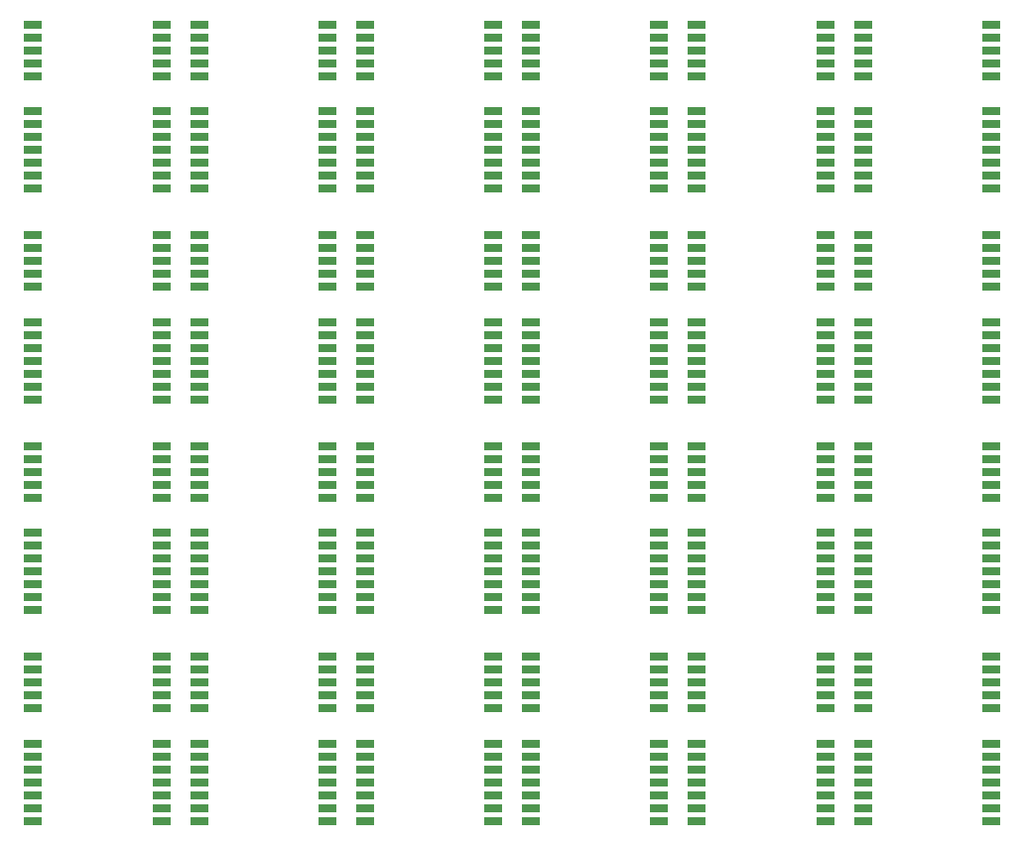
<source format=gtp>
G04*
G04 #@! TF.GenerationSoftware,Altium Limited,Altium Designer,23.7.1 (13)*
G04*
G04 Layer_Color=8421504*
%FSLAX44Y44*%
%MOMM*%
G71*
G04*
G04 #@! TF.SameCoordinates,18148A51-D3F6-497A-8191-E25F5C0AB562*
G04*
G04*
G04 #@! TF.FilePolarity,Positive*
G04*
G01*
G75*
%ADD12R,1.5000X0.8000*%
D12*
X666666Y878796D02*
D03*
Y889796D02*
D03*
Y900796D02*
D03*
Y911796D02*
D03*
Y922796D02*
D03*
Y933796D02*
D03*
Y944796D02*
D03*
Y974996D02*
D03*
Y985996D02*
D03*
Y996996D02*
D03*
Y1007996D02*
D03*
Y1018996D02*
D03*
X557266D02*
D03*
Y1007996D02*
D03*
Y996996D02*
D03*
Y985996D02*
D03*
Y974996D02*
D03*
Y944796D02*
D03*
Y933796D02*
D03*
Y922796D02*
D03*
Y911796D02*
D03*
Y900796D02*
D03*
Y889796D02*
D03*
Y878796D02*
D03*
X840466D02*
D03*
Y889796D02*
D03*
Y900796D02*
D03*
Y911796D02*
D03*
Y922796D02*
D03*
Y933796D02*
D03*
Y944796D02*
D03*
Y974996D02*
D03*
Y985996D02*
D03*
Y996996D02*
D03*
Y1007996D02*
D03*
Y1018996D02*
D03*
X949866D02*
D03*
Y1007996D02*
D03*
Y996996D02*
D03*
Y985996D02*
D03*
Y974996D02*
D03*
Y944796D02*
D03*
Y933796D02*
D03*
Y922796D02*
D03*
Y911796D02*
D03*
Y900796D02*
D03*
Y889796D02*
D03*
Y878796D02*
D03*
X1091466Y1238796D02*
D03*
Y1249796D02*
D03*
Y1260796D02*
D03*
Y1271796D02*
D03*
Y1282796D02*
D03*
Y1293796D02*
D03*
Y1304796D02*
D03*
Y1334996D02*
D03*
Y1345996D02*
D03*
Y1356996D02*
D03*
Y1367996D02*
D03*
Y1378996D02*
D03*
X982066D02*
D03*
Y1367996D02*
D03*
Y1356996D02*
D03*
Y1345996D02*
D03*
Y1334996D02*
D03*
Y1304796D02*
D03*
Y1293796D02*
D03*
Y1282796D02*
D03*
Y1271796D02*
D03*
Y1260796D02*
D03*
Y1249796D02*
D03*
Y1238796D02*
D03*
X840466Y698796D02*
D03*
Y709796D02*
D03*
Y720796D02*
D03*
Y731796D02*
D03*
Y742796D02*
D03*
Y753796D02*
D03*
Y764796D02*
D03*
Y794996D02*
D03*
Y805996D02*
D03*
Y816996D02*
D03*
Y827996D02*
D03*
Y838996D02*
D03*
X949866D02*
D03*
Y827996D02*
D03*
Y816996D02*
D03*
Y805996D02*
D03*
Y794996D02*
D03*
Y764796D02*
D03*
Y753796D02*
D03*
Y742796D02*
D03*
Y731796D02*
D03*
Y720796D02*
D03*
Y709796D02*
D03*
Y698796D02*
D03*
X1091466Y1058796D02*
D03*
Y1069796D02*
D03*
Y1080796D02*
D03*
Y1091796D02*
D03*
Y1102796D02*
D03*
Y1113796D02*
D03*
Y1124796D02*
D03*
Y1154996D02*
D03*
Y1165996D02*
D03*
Y1176996D02*
D03*
Y1187996D02*
D03*
Y1198996D02*
D03*
X982066D02*
D03*
Y1187996D02*
D03*
Y1176996D02*
D03*
Y1165996D02*
D03*
Y1154996D02*
D03*
Y1124796D02*
D03*
Y1113796D02*
D03*
Y1102796D02*
D03*
Y1091796D02*
D03*
Y1080796D02*
D03*
Y1069796D02*
D03*
Y1058796D02*
D03*
X698866Y698796D02*
D03*
Y709796D02*
D03*
Y720796D02*
D03*
Y731796D02*
D03*
Y742796D02*
D03*
Y753796D02*
D03*
Y764796D02*
D03*
Y794996D02*
D03*
Y805996D02*
D03*
Y816996D02*
D03*
Y827996D02*
D03*
Y838996D02*
D03*
X808266D02*
D03*
Y827996D02*
D03*
Y816996D02*
D03*
Y805996D02*
D03*
Y794996D02*
D03*
Y764796D02*
D03*
Y753796D02*
D03*
Y742796D02*
D03*
Y731796D02*
D03*
Y720796D02*
D03*
Y709796D02*
D03*
Y698796D02*
D03*
X1091466Y878796D02*
D03*
Y889796D02*
D03*
Y900796D02*
D03*
Y911796D02*
D03*
Y922796D02*
D03*
Y933796D02*
D03*
Y944796D02*
D03*
Y974996D02*
D03*
Y985996D02*
D03*
Y996996D02*
D03*
Y1007996D02*
D03*
Y1018996D02*
D03*
X982066D02*
D03*
Y1007996D02*
D03*
Y996996D02*
D03*
Y985996D02*
D03*
Y974996D02*
D03*
Y944796D02*
D03*
Y933796D02*
D03*
Y922796D02*
D03*
Y911796D02*
D03*
Y900796D02*
D03*
Y889796D02*
D03*
Y878796D02*
D03*
X698866D02*
D03*
Y889796D02*
D03*
Y900796D02*
D03*
Y911796D02*
D03*
Y922796D02*
D03*
Y933796D02*
D03*
Y944796D02*
D03*
Y974996D02*
D03*
Y985996D02*
D03*
Y996996D02*
D03*
Y1007996D02*
D03*
Y1018996D02*
D03*
X808266D02*
D03*
Y1007996D02*
D03*
Y996996D02*
D03*
Y985996D02*
D03*
Y974996D02*
D03*
Y944796D02*
D03*
Y933796D02*
D03*
Y922796D02*
D03*
Y911796D02*
D03*
Y900796D02*
D03*
Y889796D02*
D03*
Y878796D02*
D03*
X949866Y1238796D02*
D03*
Y1249796D02*
D03*
Y1260796D02*
D03*
Y1271796D02*
D03*
Y1282796D02*
D03*
Y1293796D02*
D03*
Y1304796D02*
D03*
Y1334996D02*
D03*
Y1345996D02*
D03*
Y1356996D02*
D03*
Y1367996D02*
D03*
Y1378996D02*
D03*
X840466D02*
D03*
Y1367996D02*
D03*
Y1356996D02*
D03*
Y1345996D02*
D03*
Y1334996D02*
D03*
Y1304796D02*
D03*
Y1293796D02*
D03*
Y1282796D02*
D03*
Y1271796D02*
D03*
Y1260796D02*
D03*
Y1249796D02*
D03*
Y1238796D02*
D03*
X698866Y1058796D02*
D03*
Y1069796D02*
D03*
Y1080796D02*
D03*
Y1091796D02*
D03*
Y1102796D02*
D03*
Y1113796D02*
D03*
Y1124796D02*
D03*
Y1154996D02*
D03*
Y1165996D02*
D03*
Y1176996D02*
D03*
Y1187996D02*
D03*
Y1198996D02*
D03*
X808266D02*
D03*
Y1187996D02*
D03*
Y1176996D02*
D03*
Y1165996D02*
D03*
Y1154996D02*
D03*
Y1124796D02*
D03*
Y1113796D02*
D03*
Y1102796D02*
D03*
Y1091796D02*
D03*
Y1080796D02*
D03*
Y1069796D02*
D03*
Y1058796D02*
D03*
X949866D02*
D03*
Y1069796D02*
D03*
Y1080796D02*
D03*
Y1091796D02*
D03*
Y1102796D02*
D03*
Y1113796D02*
D03*
Y1124796D02*
D03*
Y1154996D02*
D03*
Y1165996D02*
D03*
Y1176996D02*
D03*
Y1187996D02*
D03*
Y1198996D02*
D03*
X840466D02*
D03*
Y1187996D02*
D03*
Y1176996D02*
D03*
Y1165996D02*
D03*
Y1154996D02*
D03*
Y1124796D02*
D03*
Y1113796D02*
D03*
Y1102796D02*
D03*
Y1091796D02*
D03*
Y1080796D02*
D03*
Y1069796D02*
D03*
Y1058796D02*
D03*
X698866Y1238796D02*
D03*
Y1249796D02*
D03*
Y1260796D02*
D03*
Y1271796D02*
D03*
Y1282796D02*
D03*
Y1293796D02*
D03*
Y1304796D02*
D03*
Y1334996D02*
D03*
Y1345996D02*
D03*
Y1356996D02*
D03*
Y1367996D02*
D03*
Y1378996D02*
D03*
X808266D02*
D03*
Y1367996D02*
D03*
Y1356996D02*
D03*
Y1345996D02*
D03*
Y1334996D02*
D03*
Y1304796D02*
D03*
Y1293796D02*
D03*
Y1282796D02*
D03*
Y1271796D02*
D03*
Y1260796D02*
D03*
Y1249796D02*
D03*
Y1238796D02*
D03*
X1091466Y698796D02*
D03*
Y709796D02*
D03*
Y720796D02*
D03*
Y731796D02*
D03*
Y742796D02*
D03*
Y753796D02*
D03*
Y764796D02*
D03*
Y794996D02*
D03*
Y805996D02*
D03*
Y816996D02*
D03*
Y827996D02*
D03*
Y838996D02*
D03*
X982066D02*
D03*
Y827996D02*
D03*
Y816996D02*
D03*
Y805996D02*
D03*
Y794996D02*
D03*
Y764796D02*
D03*
Y753796D02*
D03*
Y742796D02*
D03*
Y731796D02*
D03*
Y720796D02*
D03*
Y709796D02*
D03*
Y698796D02*
D03*
X415666Y878796D02*
D03*
Y889796D02*
D03*
Y900796D02*
D03*
Y911796D02*
D03*
Y922796D02*
D03*
Y933796D02*
D03*
Y944796D02*
D03*
Y974996D02*
D03*
Y985996D02*
D03*
Y996996D02*
D03*
Y1007996D02*
D03*
Y1018996D02*
D03*
X525066D02*
D03*
Y1007996D02*
D03*
Y996996D02*
D03*
Y985996D02*
D03*
Y974996D02*
D03*
Y944796D02*
D03*
Y933796D02*
D03*
Y922796D02*
D03*
Y911796D02*
D03*
Y900796D02*
D03*
Y889796D02*
D03*
Y878796D02*
D03*
X666666Y1238796D02*
D03*
Y1249796D02*
D03*
Y1260796D02*
D03*
Y1271796D02*
D03*
Y1282796D02*
D03*
Y1293796D02*
D03*
Y1304796D02*
D03*
Y1334996D02*
D03*
Y1345996D02*
D03*
Y1356996D02*
D03*
Y1367996D02*
D03*
Y1378996D02*
D03*
X557266D02*
D03*
Y1367996D02*
D03*
Y1356996D02*
D03*
Y1345996D02*
D03*
Y1334996D02*
D03*
Y1304796D02*
D03*
Y1293796D02*
D03*
Y1282796D02*
D03*
Y1271796D02*
D03*
Y1260796D02*
D03*
Y1249796D02*
D03*
Y1238796D02*
D03*
X415666Y698796D02*
D03*
Y709796D02*
D03*
Y720796D02*
D03*
Y731796D02*
D03*
Y742796D02*
D03*
Y753796D02*
D03*
Y764796D02*
D03*
Y794996D02*
D03*
Y805996D02*
D03*
Y816996D02*
D03*
Y827996D02*
D03*
Y838996D02*
D03*
X525066D02*
D03*
Y827996D02*
D03*
Y816996D02*
D03*
Y805996D02*
D03*
Y794996D02*
D03*
Y764796D02*
D03*
Y753796D02*
D03*
Y742796D02*
D03*
Y731796D02*
D03*
Y720796D02*
D03*
Y709796D02*
D03*
Y698796D02*
D03*
X666666Y1058796D02*
D03*
Y1069796D02*
D03*
Y1080796D02*
D03*
Y1091796D02*
D03*
Y1102796D02*
D03*
Y1113796D02*
D03*
Y1124796D02*
D03*
Y1154996D02*
D03*
Y1165996D02*
D03*
Y1176996D02*
D03*
Y1187996D02*
D03*
Y1198996D02*
D03*
X557266D02*
D03*
Y1187996D02*
D03*
Y1176996D02*
D03*
Y1165996D02*
D03*
Y1154996D02*
D03*
Y1124796D02*
D03*
Y1113796D02*
D03*
Y1102796D02*
D03*
Y1091796D02*
D03*
Y1080796D02*
D03*
Y1069796D02*
D03*
Y1058796D02*
D03*
X274066Y1238796D02*
D03*
Y1249796D02*
D03*
Y1260796D02*
D03*
Y1271796D02*
D03*
Y1282796D02*
D03*
Y1293796D02*
D03*
Y1304796D02*
D03*
Y1334996D02*
D03*
Y1345996D02*
D03*
Y1356996D02*
D03*
Y1367996D02*
D03*
Y1378996D02*
D03*
X383466D02*
D03*
Y1367996D02*
D03*
Y1356996D02*
D03*
Y1345996D02*
D03*
Y1334996D02*
D03*
Y1304796D02*
D03*
Y1293796D02*
D03*
Y1282796D02*
D03*
Y1271796D02*
D03*
Y1260796D02*
D03*
Y1249796D02*
D03*
Y1238796D02*
D03*
X666666Y698796D02*
D03*
Y709796D02*
D03*
Y720796D02*
D03*
Y731796D02*
D03*
Y742796D02*
D03*
Y753796D02*
D03*
Y764796D02*
D03*
Y794996D02*
D03*
Y805996D02*
D03*
Y816996D02*
D03*
Y827996D02*
D03*
Y838996D02*
D03*
X557266D02*
D03*
Y827996D02*
D03*
Y816996D02*
D03*
Y805996D02*
D03*
Y794996D02*
D03*
Y764796D02*
D03*
Y753796D02*
D03*
Y742796D02*
D03*
Y731796D02*
D03*
Y720796D02*
D03*
Y709796D02*
D03*
Y698796D02*
D03*
X274066Y1058796D02*
D03*
Y1069796D02*
D03*
Y1080796D02*
D03*
Y1091796D02*
D03*
Y1102796D02*
D03*
Y1113796D02*
D03*
Y1124796D02*
D03*
Y1154996D02*
D03*
Y1165996D02*
D03*
Y1176996D02*
D03*
Y1187996D02*
D03*
Y1198996D02*
D03*
X383466D02*
D03*
Y1187996D02*
D03*
Y1176996D02*
D03*
Y1165996D02*
D03*
Y1154996D02*
D03*
Y1124796D02*
D03*
Y1113796D02*
D03*
Y1102796D02*
D03*
Y1091796D02*
D03*
Y1080796D02*
D03*
Y1069796D02*
D03*
Y1058796D02*
D03*
X525066Y1238796D02*
D03*
Y1249796D02*
D03*
Y1260796D02*
D03*
Y1271796D02*
D03*
Y1282796D02*
D03*
Y1293796D02*
D03*
Y1304796D02*
D03*
Y1334996D02*
D03*
Y1345996D02*
D03*
Y1356996D02*
D03*
Y1367996D02*
D03*
Y1378996D02*
D03*
X415666D02*
D03*
Y1367996D02*
D03*
Y1356996D02*
D03*
Y1345996D02*
D03*
Y1334996D02*
D03*
Y1304796D02*
D03*
Y1293796D02*
D03*
Y1282796D02*
D03*
Y1271796D02*
D03*
Y1260796D02*
D03*
Y1249796D02*
D03*
Y1238796D02*
D03*
X274066Y878796D02*
D03*
Y889796D02*
D03*
Y900796D02*
D03*
Y911796D02*
D03*
Y922796D02*
D03*
Y933796D02*
D03*
Y944796D02*
D03*
Y974996D02*
D03*
Y985996D02*
D03*
Y996996D02*
D03*
Y1007996D02*
D03*
Y1018996D02*
D03*
X383466D02*
D03*
Y1007996D02*
D03*
Y996996D02*
D03*
Y985996D02*
D03*
Y974996D02*
D03*
Y944796D02*
D03*
Y933796D02*
D03*
Y922796D02*
D03*
Y911796D02*
D03*
Y900796D02*
D03*
Y889796D02*
D03*
Y878796D02*
D03*
X525066Y1058796D02*
D03*
Y1069796D02*
D03*
Y1080796D02*
D03*
Y1091796D02*
D03*
Y1102796D02*
D03*
Y1113796D02*
D03*
Y1124796D02*
D03*
Y1154996D02*
D03*
Y1165996D02*
D03*
Y1176996D02*
D03*
Y1187996D02*
D03*
Y1198996D02*
D03*
X415666D02*
D03*
Y1187996D02*
D03*
Y1176996D02*
D03*
Y1165996D02*
D03*
Y1154996D02*
D03*
Y1124796D02*
D03*
Y1113796D02*
D03*
Y1102796D02*
D03*
Y1091796D02*
D03*
Y1080796D02*
D03*
Y1069796D02*
D03*
Y1058796D02*
D03*
X274066Y698796D02*
D03*
Y709796D02*
D03*
Y720796D02*
D03*
Y731796D02*
D03*
Y742796D02*
D03*
Y753796D02*
D03*
Y764796D02*
D03*
Y794996D02*
D03*
Y805996D02*
D03*
Y816996D02*
D03*
Y827996D02*
D03*
Y838996D02*
D03*
X383466D02*
D03*
Y827996D02*
D03*
Y816996D02*
D03*
Y805996D02*
D03*
Y794996D02*
D03*
Y764796D02*
D03*
Y753796D02*
D03*
Y742796D02*
D03*
Y731796D02*
D03*
Y720796D02*
D03*
Y709796D02*
D03*
Y698796D02*
D03*
M02*

</source>
